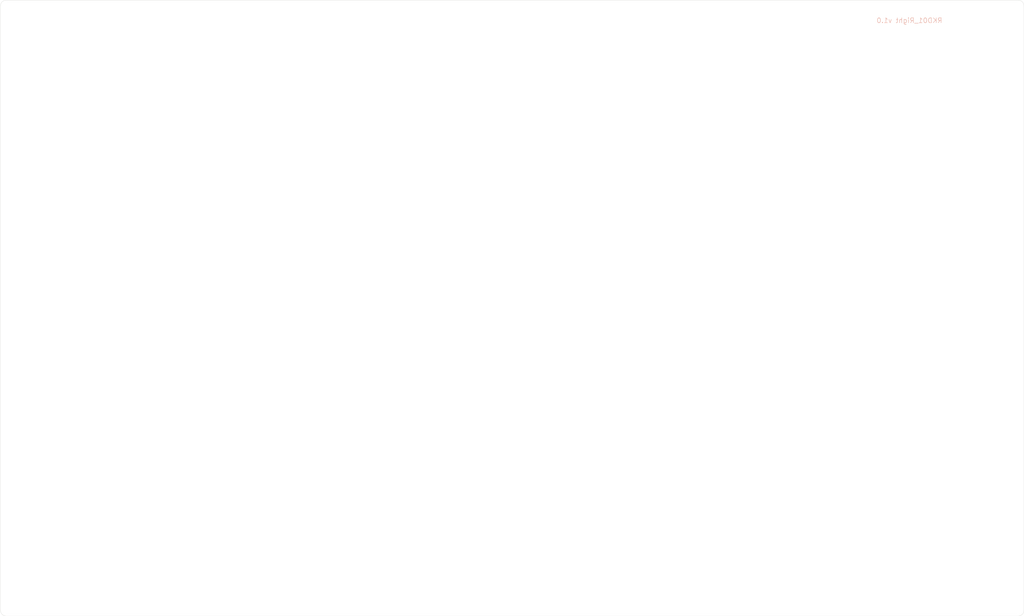
<source format=kicad_pcb>
(kicad_pcb (version 20240108) (generator "pcbnew") (generator_version "8.0")
  (layers (0 "F.Cu" signal) (31 "B.Cu" signal) (34 "B.Paste" user) (35 "F.Paste" user) (36 "B.SilkS" user "B.Silkscreen") (37 "F.SilkS" user "F.Silkscreen") (38 "B.Mask" user) (39 "F.Mask" user) (44 "Edge.Cuts" user))
  (net 0 "")
  (footprint "kbd_Hole:m2_Screw_Hole" (layer "F.Cu") (at 223.8375 23.8125)
    (property "Reference" "M2")
    (property "Value" "Mark")
    (pad "" np_thru_hole circle (at 0 0) (size 2.2 2.2) (drill 2.2) (layers "*.Cu" "*.Mask"))
  )
  (footprint "kbd_Hole:m2_Screw_Hole" (layer "F.Cu") (at 23.8125 47.625)
    (property "Reference" "M7")
    (property "Value" "Mark")
    (pad "" np_thru_hole circle (at 0 0) (size 2.2 2.2) (drill 2.2) (layers "*.Cu" "*.Mask"))
  )
  (footprint "kbd_Hole:m2_Screw_Hole" (layer "F.Cu") (at 78.5813 26.1937)
    (property "Reference" "M5")
    (property "Value" "Mark")
    (pad "" np_thru_hole circle (at 0 0) (size 2.2 2.2) (drill 2.2) (layers "*.Cu" "*.Mask"))
  )
  (footprint "kbd_Hole:m2_Screw_Hole" (layer "F.Cu") (at 226.21875 140.4937)
    (property "Reference" "M4")
    (property "Value" "Mark")
    (pad "" np_thru_hole circle (at 0 0) (size 2.2 2.2) (drill 2.2) (layers "*.Cu" "*.Mask"))
  )
  (footprint "kbd_Hole:m2_Screw_Hole" (layer "F.Cu") (at 78.5813 35.7187)
    (property "Reference" "M6")
    (property "Value" "Mark")
    (pad "" np_thru_hole circle (at 0 0) (size 2.2 2.2) (drill 2.2) (layers "*.Cu" "*.Mask"))
  )
  (footprint "kbd_Hole:m2_Screw_Hole" (layer "F.Cu") (at 88.1063 23.8125)
    (property "Reference" "M1")
    (property "Value" "Mark")
    (pad "" np_thru_hole circle (at 0 0) (size 2.2 2.2) (drill 2.2) (layers "*.Cu" "*.Mask"))
  )
  (footprint "kbd_Hole:m2_Screw_Hole" (layer "F.Cu") (at 26.1938 140.4937)
    (property "Reference" "M3")
    (property "Value" "Mark")
    (pad "" np_thru_hole circle (at 0 0) (size 2.2 2.2) (drill 2.2) (layers "*.Cu" "*.Mask"))
  )
  (gr_line (start 229.790625 145.25625) (end 22.621875 145.25625) (stroke (width 0.05)) (layer "Edge.Cuts"))
  (gr_line (start 21.43125 144.065625) (end 21.4313 20.240625) (stroke (width 0.05)) (layer "Edge.Cuts"))
  (gr_line (start 230.98125 20.240625) (end 230.98125 144.065625) (stroke (width 0.05)) (layer "Edge.Cuts"))
  (gr_arc (start 229.790625 19.05) (mid 230.632524 19.398726) (end 230.98125 20.240625) (stroke (width 0.05)) (layer "Edge.Cuts"))
  (gr_line (start 229.790625 19.05) (end 22.621875 19.05005) (stroke (width 0.05)) (layer "Edge.Cuts"))
  (gr_arc (start 21.4313 20.240625) (mid 21.780011 19.398761) (end 22.621875 19.05005) (stroke (width 0.05)) (layer "Edge.Cuts"))
  (gr_arc (start 230.98125 144.065625) (mid 230.632524 144.907524) (end 229.790625 145.25625) (stroke (width 0.05)) (layer "Edge.Cuts"))
  (gr_arc (start 22.621875 145.25625) (mid 21.779976 144.907524) (end 21.43125 144.065625) (stroke (width 0.05)) (layer "Edge.Cuts"))
  (gr_text "RKD01_Right v1.0" (at 214.3125 23.8125 0) (layer "B.SilkS") (effects (font (size 1 1) (thickness 0.1)) (justify left bottom mirror)))
)
</source>
